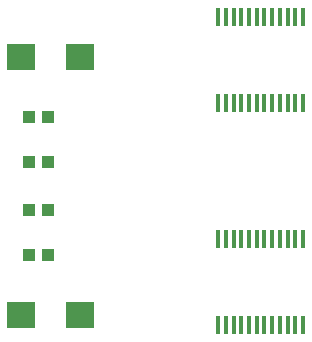
<source format=gtp>
G04 ---------------------------- Layer name :TOP PASTER LAYER*
G04 easyEDA 0.1*
G04 Scale: 100 percent, Rotated: No, Reflected: No *
G04 Dimensions in inches *
G04 leading zeros omitted , absolute positions ,2 integer and 4 * 
%FSLAX24Y24*%
%MOIN*%
G90*
G70D02*

%ADD12R,0.015700X0.059100*%
%ADD13R,0.093300X0.087800*%
%ADD14R,0.043300X0.039400*%

%LPD*%
%LNVIA PAD TRACK COPPERAREA*%
G54D12*
G01X13289Y30169D03*
G01X13550Y30169D03*
G01X13800Y30169D03*
G01X14060Y30169D03*
G01X14319Y30169D03*
G01X14569Y30169D03*
G01X14830Y30169D03*
G01X15080Y30169D03*
G01X15339Y30169D03*
G01X15600Y30169D03*
G01X15850Y30169D03*
G01X16110Y30169D03*
G01X16110Y33030D03*
G01X15850Y33030D03*
G01X15600Y33030D03*
G01X15339Y33030D03*
G01X15080Y33030D03*
G01X14830Y33030D03*
G01X14569Y33030D03*
G01X14319Y33030D03*
G01X14060Y33030D03*
G01X13800Y33030D03*
G01X13550Y33030D03*
G01X13289Y33030D03*
G01X13289Y22769D03*
G01X13550Y22769D03*
G01X13800Y22769D03*
G01X14060Y22769D03*
G01X14319Y22769D03*
G01X14569Y22769D03*
G01X14830Y22769D03*
G01X15080Y22769D03*
G01X15339Y22769D03*
G01X15600Y22769D03*
G01X15850Y22769D03*
G01X16110Y22769D03*
G01X16110Y25630D03*
G01X15850Y25630D03*
G01X15600Y25630D03*
G01X15339Y25630D03*
G01X15080Y25630D03*
G01X14830Y25630D03*
G01X14569Y25630D03*
G01X14319Y25630D03*
G01X14060Y25630D03*
G01X13800Y25630D03*
G01X13550Y25630D03*
G01X13289Y25630D03*
G54D13*
G01X6730Y31700D03*
G01X8669Y31700D03*
G54D14*
G01X6969Y29700D03*
G01X7630Y29700D03*
G01X6969Y28200D03*
G01X7630Y28200D03*
G54D13*
G01X6730Y23100D03*
G01X8669Y23100D03*
G54D14*
G01X6969Y26600D03*
G01X7630Y26600D03*
G01X6969Y25100D03*
G01X7630Y25100D03*

M00*
M02*
</source>
